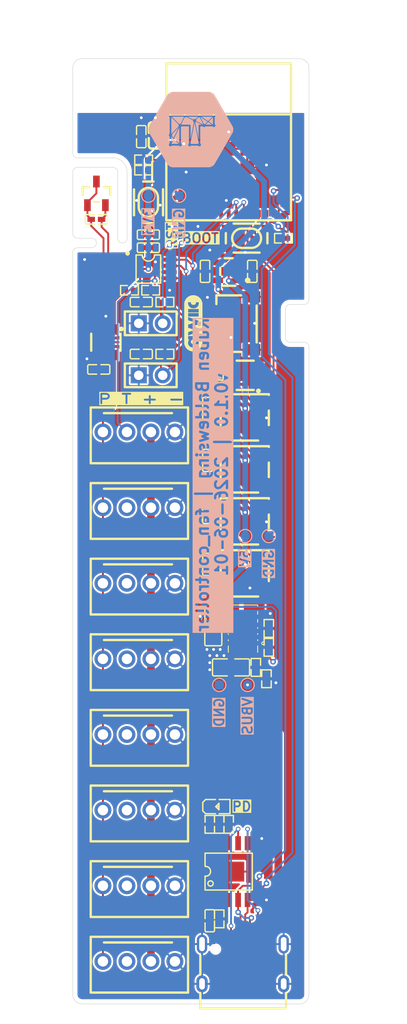
<source format=kicad_pcb>
(kicad_pcb (version 20241229) (generator "pcbnew") (generator_version "9.0")
  (layers (0 "F.Cu" signal) (2 "B.Cu" signal) (13 "F.Paste" user) (15 "B.Paste" user) (5 "F.SilkS" user "F.Silkscreen") (7 "B.SilkS" user "B.Silkscreen") (1 "F.Mask" user) (3 "B.Mask" user) (25 "Edge.Cuts" user))
  (net 0 "")
  (net 1 "mcu.ic.footprint.pins[1].net-net")
  (net 2 "mcu.ic.footprint.pins[8].net-net")
  (net 3 "line-2")
  (net 4 "output")
  (net 5 "mcu.ic.footprint.pins[16].net-net")
  (net 6 "hv-2")
  (net 7 "line-9")
  (net 8 "base")
  (net 9 "BST")
  (net 10 "line-12")
  (net 11 "mcu.ic.footprint.pins[20].net-net")
  (net 12 "mcu.ic.footprint.pins[33].net-net")
  (net 13 "line-11")
  (net 14 "line-8")
  (net 15 "mcu.ic.footprint.pins[21].net-net")
  (net 16 "line-6")
  (net 17 "usb_pd_power_sink-line-1")
  (net 18 "mcu.ic.footprint.pins[25].net-net")
  (net 19 "cathode")
  (net 20 "mcu.ic.footprint.pins[27].net-net")
  (net 21 "led_buffer-line-1")
  (net 22 "usb_pd_power_sink.pd_trigger-line-1")
  (net 23 "mcu.ic.footprint.pins[26].net-net")
  (net 24 "SBU1")
  (net 25 "line-5")
  (net 26 "EN_SYNC")
  (net 27 "SW")
  (net 28 "mcu.ic.footprint.pins[50].net-net")
  (net 29 "line-16")
  (net 30 "ldo.ldo.footprint.pins[3].net-net")
  (net 31 "mcu.ic.footprint.pins[17].net-net")
  (net 32 "line-4")
  (net 33 "mcu.ic.footprint.pins[52].net-net")
  (net 34 "gnd")
  (net 35 "usb_pd_power_sink.pd_trigger-line")
  (net 36 "line-19")
  (net 37 "fan_pwm_buffer-line")
  (net 38 "emitter")
  (net 39 "PG")
  (net 40 "usb_pd_power_sink.pd_trigger-gnd")
  (net 41 "fan_pwm_buffer-line-1")
  (net 42 "usb_pd_power_sink-line")
  (net 43 "output-1")
  (net 44 "line-13")
  (net 45 "hv-1")
  (net 46 "usb_pd_power_sink.pd_trigger-hv")
  (net 47 "usb_pd_power_sink.pd_trigger.controller-line")
  (net 48 "mcu.ic.footprint.pins[6].net-net")
  (net 49 "SBU2")
  (net 50 "dcdc_converter.package.footprint.pins[1].net-net")
  (net 51 "VCC")
  (net 52 "FB")
  (net 53 "usb_pd_power_sink.pd_trigger.controller-line-1")
  (net 54 "dcdc_converter.package.footprint.pins[6].net-net")
  (net 55 "mcu.ic.footprint.pins[28].net-net")
  (net 56 "led_buffer-line")
  (net 57 "line")
  (net 58 "line-18")
  (net 59 "fan_connectors[0]-line")
  (net 60 "line-10")
  (net 61 "FAN")
  (net 62 "line-14")
  (net 63 "line-1")
  (net 64 "line-3")
  (net 65 "line-17")
  (net 66 "line-7")
  (net 67 "fan_connectors[3]-line")
  (net 68 "fan_connectors[5]-line")
  (net 69 "fan_connectors[1]-line")
  (net 70 "fan_connectors[2]-line")
  (net 71 "fan_connectors[4]-line")
  (net 72 "fan_connectors[6]-line")
  (net 73 "ALERTh_TACH")
  (net 74 "hv")
  (net 75 "line-15")
  (footprint "atopile:USB-C-SMD_TYPE-C-6PIN-2MD-073-1d78f0" (layer "F.Cu") (at 5 92 0)
    (property "Reference" "USB1" (hide yes))
    (property "Value" "")
  )
  (footprint "atopile:SOT-23-3_L2.9-W1.3-P1.90-LS2.4-TR-36f2d9" (layer "F.Cu") (at -10.5 10.75 -90)
    (property "Reference" "Q1" (hide yes))
    (property "Value" "")
  )
  (footprint "atopile:C0402-b3ef17" (layer "F.Cu") (at -10.5 13.5 0)
    (property "Reference" "C4" (hide yes))
    (property "Value" "2.2nF ±10% 50V X7R")
  )
  (footprint "atopile:LED-SMD_4P-L5.0-W4.9-BR-4393b6" (layer "F.Cu") (at 5.25 51 0)
    (property "Reference" "LED4" (hide yes))
    (property "Value" "")
  )
  (footprint "atopile:R0402-56259e" (layer "F.Cu") (at -5.5 7.2 180)
    (property "Reference" "R7" (hide yes))
    (property "Value" "10kΩ ±1% 62.5mW")
  )
  (footprint "atopile:LED-SMD_4P-L5.0-W4.9-BR-4393b6" (layer "F.Cu") (at 5.25 34.5 0)
    (property "Reference" "LED1" (hide yes))
    (property "Value" "")
  )
  (footprint "atopile:SOT-23-6_L2.9-W1.6-P0.95-LS2.8-BR-bfc73b" (layer "F.Cu") (at 5.25 30 0)
    (property "Reference" "U5" (hide yes))
    (property "Value" "")
  )
  (footprint "atopile:C0402-b3ef17" (layer "F.Cu") (at -5.75 4.75 90)
    (property "Reference" "C14" (hide yes))
    (property "Value" "100nF ±10% 16V X7R")
  )
  (footprint "atopile:R0402-56259e" (layer "F.Cu") (at 9.3 15.5 0)
    (property "Reference" "R8" (hide yes))
    (property "Value" "10kΩ ±1% 62.5mW")
  )
  (footprint "atopile:C0402-b3ef17" (layer "F.Cu") (at 1.25 39 -90)
    (property "Reference" "C10" (hide yes))
    (property "Value" "100nF ±10% 16V X7R")
  )
  (footprint "atopile:R0402-56259e" (layer "F.Cu") (at -4.75 21 180)
    (property "Reference" "R6" (hide yes))
    (property "Value" "10kΩ ±1% 62.5mW")
  )
  (footprint "atopile:C0402-b3ef17" (layer "F.Cu") (at -10.25 29.375 180)
    (property "Reference" "C5" (hide yes))
    (property "Value" "100nF ±10% 16V X7R")
  )
  (footprint "lib:CONN-TH_4P-P2.54_HCTL_HC-2510-4A" (layer "F.Cu") (at -6 52 0)
    (property "Reference" "CN6" (hide yes))
    (property "Value" "")
  )
  (footprint "lib:qwiic_6mm" (layer "F.Cu") (at -0.25 24.5 90)
    (property "Reference" "U9" (hide yes))
    (property "Value" "" (hide yes))
  )
  (footprint "atopile:C0402-b3ef17" (layer "F.Cu") (at -5 16.5 0)
    (property "Reference" "C3" (hide yes))
    (property "Value" "100nF ±10% 16V X7R")
  )
  (footprint "atopile:R0402-56259e" (layer "F.Cu") (at -7 21 0)
    (property "Reference" "R5" (hide yes))
    (property "Value" "10kΩ ±1% 62.5mW")
  )
  (footprint "atopile:C0402-b3ef17" (layer "F.Cu") (at 1 19 90)
    (property "Reference" "C7" (hide yes))
    (property "Value" "100nF ±10% 16V X7R")
  )
  (footprint "atopile:WIFIM-SMD_ESP32-C3-MINI-1-fcb454" (layer "F.Cu") (at 3.5 8 0)
    (property "Reference" "U7" (hide yes))
    (property "Value" "")
  )
  (footprint "atopile:C0402-b3ef17" (layer "F.Cu") (at 1.5 87.7 -90)
    (property "Reference" "C16" (hide yes))
    (property "Value" "1µF ±10% 16V X5R")
  )
  (footprint "atopile:C0805-3b2e55" (layer "F.Cu") (at 3.75 60.9 180)
    (property "Reference" "C1" (hide yes))
    (property "Value" "10µF ±10% 25V X5R")
  )
  (footprint "atopile:SOT-23-5_L2.9-W1.6-P0.95-LS2.8-BR-2dcca4" (layer "F.Cu") (at 3.5 19 0)
    (property "Reference" "U4" (hide yes))
    (property "Value" "LDO 3.3V ±0% 850.5mA 320mV Vin max Iq 10µA")
  )
  (footprint "lib:CONN-TH_4P-P2.54_HCTL_HC-2510-4A" (layer "F.Cu") (at -6 44 0)
    (property "Reference" "CN7" (hide yes))
    (property "Value" "")
  )
  (footprint "lib:KEY-SMD_4P-L4.2-W3.2-P2.20-LS4.6" (layer "F.Cu") (at -5 11.7 90)
    (property "Reference" "U8" (hide yes))
    (property "Value" "")
  )
  (footprint "atopile:C0402-b3ef17" (layer "F.Cu") (at 1.25 50 -90)
    (property "Reference" "C12" (hide yes))
    (property "Value" "100nF ±10% 16V X7R")
  )
  (footprint "atopile:QFN-20_L5.0-W3.0-TL-MPM3610GQV-Z-b63965" (layer "F.Cu") (at 5 57.4 180)
    (property "Reference" "U1" (hide yes))
    (property "Value" "")
  )
  (footprint "atopile:R0402-56259e" (layer "F.Cu") (at -3.25 27.75 0)
    (property "Reference" "R15" (hide yes))
    (property "Value" "10kΩ ±1% 62.5mW")
  )
  (footprint "atopile:HDR-TH_2P-P2.54-V-F-f60f0d" (layer "F.Cu") (at -4.75 30 0)
    (property "Reference" "U13" (hide yes))
    (property "Value" "")
  )
  (footprint "lib:CONN-TH_4P-P2.54_HCTL_HC-2510-4A" (layer "F.Cu") (at -6 76 0)
    (property "Reference" "CN3" (hide yes))
    (property "Value" "")
  )
  (footprint "atopile:LED-SMD_4P-L5.0-W4.9-BR-4393b6" (layer "F.Cu") (at 5.25 40 0)
    (property "Reference" "LED2" (hide yes))
    (property "Value" "")
  )
  (footprint "atopile:R0402-56259e" (layer "F.Cu") (at 1.5 77.5 -90)
    (property "Reference" "R10" (hide yes))
    (property "Value" "10kΩ ±1% 62.5mW")
  )
  (footprint "atopile:R0402-56259e" (layer "F.Cu") (at -3.25 22.25 0)
    (property "Reference" "R14" (hide yes))
    (property "Value" "10kΩ ±1% 62.5mW")
  )
  (footprint "atopile:MSOP-8_L3.0-W3.0-P0.65-LS4.9-BL-3bf91a" (layer "F.Cu") (at -5 18.75 -90)
    (property "Reference" "U2" (hide yes))
    (property "Value" "")
  )
  (footprint "atopile:R0402-56259e" (layer "F.Cu") (at 7.75 56.775 90)
    (property "Reference" "R3" (hide yes))
    (property "Value" "19.1kΩ ±1% 62.5mW")
  )
  (footprint "lib:CONN-TH_4P-P2.54_HCTL_HC-2510-4A" (layer "F.Cu") (at -6 68 0)
    (property "Reference" "CN4" (hide yes))
    (property "Value" "")
  )
  (footprint "atopile:C0402-b3ef17" (layer "F.Cu") (at 1.75 30 180)
    (property "Reference" "C8" (hide yes))
    (property "Value" "100nF ±10% 16V X7R")
  )
  (footprint "atopile:HDR-TH_2P-P2.54-V-F-f60f0d" (layer "F.Cu") (at -4.75 24.5 0)
    (property "Reference" "U12" (hide yes))
    (property "Value" "")
  )
  (footprint "lib:CONN-TH_4P-P2.54_HCTL_HC-2510-4A" (layer "F.Cu") (at -6 84 0)
    (property "Reference" "CN2" (hide yes))
    (property "Value" "")
  )
  (footprint "atopile:R0402-56259e" (layer "F.Cu") (at 6.375 60.9 -90)
    (property "Reference" "R2" (hide yes))
    (property "Value" "100kΩ ±1% 62.5mW")
  )
  (footprint "atopile:C0402-b3ef17" (layer "F.Cu") (at 1.25 44.5 -90)
    (property "Reference" "C11" (hide yes))
    (property "Value" "100nF ±10% 16V X7R")
  )
  (footprint "atopile:SOT-23-6_L2.9-W1.6-P0.95-LS2.8-BR-bfc73b" (layer "F.Cu") (at -9.5 26.5 90)
    (property "Reference" "U3" (hide yes))
    (property "Value" "")
  )
  (footprint "atopile:R0402-56259e" (layer "F.Cu") (at 3.5 77.5 -90)
    (property "Reference" "R11" (hide yes))
    (property "Value" "10kΩ ±1% 62.5mW")
  )
  (footprint "lib:CONN-TH_4P-P2.54_HCTL_HC-2510-4A" (layer "F.Cu") (at -6 36 0)
    (property "Reference" "CN8" (hide yes))
    (property "Value" "")
  )
  (footprint "atopile:C0402-b3ef17" (layer "F.Cu") (at -5 15.125 180)
    (property "Reference" "C15" (hide yes))
    (property "Value" "1µF ±10% 16V X5R")
  )
  (footprint "atopile:C0402-b3ef17" (layer "F.Cu") (at -5.75 27.75 180)
    (property "Reference" "C18" (hide yes))
    (property "Value" "100nF ±10% 16V X7R")
  )
  (footprint "lib:CONN-TH_4P-P2.54_HCTL_HC-2510-4A" (layer "F.Cu") (at -6 60 0)
    (property "Reference" "CN5" (hide yes))
    (property "Value" "")
  )
  (footprint "lib:KEY-SMD_4P-L4.2-W3.2-P2.20-LS4.6" (layer "F.Cu") (at 5.4 15.5 180)
    (property "Reference" "U6" (hide yes))
    (property "Value" "")
  )
  (footprint "atopile:C0805-3b2e55" (layer "F.Cu") (at 1.875 56.65 -90)
    (property "Reference" "C2" (hide yes))
    (property "Value" "22µF ±10% 16V X5R")
  )
  (footprint "atopile:CONN-SMD_4P-P1.00_SM04B-SRSS-TB-LF-SN-d36980" (layer "F.Cu") (at 4 24.5 90)
    (property "Reference" "CN9" (hide yes))
    (property "Value" "")
  )
  (footprint "atopile:R0402-56259e" (layer "F.Cu") (at 2.5 77.5 90)
    (property "Reference" "R13" (hide yes))
    (property "Value" "24kΩ ±1% 62.5mW")
  )
  (footprint "atopile:C0402-b3ef17" (layer "F.Cu") (at 6 19 90)
    (property "Reference" "C6" (hide yes))
    (property "Value" "100nF ±10% 16V X7R")
  )
  (footprint "atopile:C0603-bd72f6" (layer "F.Cu") (at -4.25 4.625 90)
    (property "Reference" "C13" (hide yes))
    (property "Value" "22µF ±20% 6.3V X5R")
  )
  (footprint "atopile:R0402-56259e" (layer "F.Cu") (at 7.5 62.1 -90)
    (property "Reference" "R1" (hide yes))
    (property "Value" "53.6kΩ ±1% 62.5mW")
  )
  (footprint "atopile:R0402-56259e" (layer "F.Cu") (at 7.75 58.775 90)
    (property "Reference" "R4" (hide yes))
    (property "Value" "100kΩ ±1% 62.5mW")
  )
  (footprint "atopile:R0402-56259e" (layer "F.Cu") (at -5.5 8.3 0)
    (property "Reference" "R9" (hide yes))
    (property "Value" "10kΩ ±1% 62.5mW")
  )
  (footprint "atopile:R0402-56259e" (layer "F.Cu") (at 2.5 87.5 90)
    (property "Reference" "R12" (hide yes))
    (property "Value" "1kΩ ±1% 62.5mW")
  )
  (footprint "atopile:C0402-b3ef17" (layer "F.Cu") (at -5.75 22.25 180)
    (property "Reference" "C17" (hide yes))
    (property "Value" "100nF ±10% 16V X7R")
  )
  (footprint "atopile:C0402-b3ef17" (layer "F.Cu") (at 1.25 33.5 -90)
    (property "Reference" "C9" (hide yes))
    (property "Value" "100nF ±10% 16V X7R")
  )
  (footprint "atopile:LED-SMD_4P-L5.0-W4.9-BR-4393b6" (layer "F.Cu") (at 5.25 45.5 0)
    (property "Reference" "LED3" (hide yes))
    (property "Value" "")
  )
  (footprint "lib:CONN-TH_4P-P2.54_HCTL_HC-2510-4A" (layer "F.Cu") (at -6 92 0)
    (property "Reference" "CN1" (hide yes))
    (property "Value" "")
  )
  (footprint "lib:LED0603-RD" (layer "F.Cu") (at 2.25 75.625 0)
    (property "Reference" "U11" (hide yes))
    (property "Value" "")
  )
  (footprint "atopile:ESSOP-10_L4.9-W3.9-P1.0-LS6.0-TL-EP-20a8ca" (layer "F.Cu") (at 3.5 82.5 0)
    (property "Reference" "U10" (hide yes))
    (property "Value" "")
  )
  (footprint "TestPoint:TestPoint_Pad_D1.0mm" (layer "B.Cu") (at 5.25 47 0)
    (property "Reference" "TP4" (hide yes))
    (property "Value" "")
  )
  (footprint "TestPoint:TestPoint_Pad_D1.0mm" (layer "B.Cu") (at -1.75 11 180)
    (property "Reference" "TP1" (hide yes))
    (property "Value" "")
  )
  (footprint "TestPoint:TestPoint_Pad_D1.0mm" (layer "B.Cu") (at 5.5 62.75 0)
    (property "Reference" "TP6" (hide yes))
    (property "Value" "")
  )
  (footprint "TestPoint:TestPoint_Pad_D1.0mm" (layer "B.Cu") (at -5 11 180)
    (property "Reference" "TP2" (hide yes))
    (property "Value" "")
  )
  (footprint "TestPoint:TestPoint_Pad_D1.0mm" (layer "B.Cu") (at 7.75 47 0)
    (property "Reference" "TP3" (hide yes))
    (property "Value" "")
  )
  (footprint "TestPoint:TestPoint_Pad_D1.0mm" (layer "B.Cu") (at 2.5 62.75 0)
    (property "Reference" "TP5" (hide yes))
    (property "Value" "")
  )
  (footprint "lib:faebrykLogo_8x9mm" (layer "B.Cu") (at -0.5 4 -90)
    (property "Reference" "LOGO1" (hide yes))
    (property "Value" "" (hide yes))
  )
  (via (at 8.2 60.3) (size 0.6) (drill 0.3) (layers "F.Cu" "B.Cu") (net 6))
  (via (at 5.25 39) (size 0.5) (drill 0.3) (layers "F.Cu" "B.Cu") (net 6))
  (via (at 5.25 50) (size 0.5) (drill 0.3) (layers "F.Cu" "B.Cu") (net 6))
  (via (at 5.25 33.5) (size 0.5) (drill 0.3) (layers "F.Cu" "B.Cu") (net 6))
  (via (at 0.5 55.5) (size 0.6) (drill 0.3) (layers "F.Cu" "B.Cu") (net 6))
  (via (at 5.25 44.5) (size 0.5) (drill 0.3) (layers "F.Cu" "B.Cu") (net 6))
  (via (at 3.5 20) (size 0.5) (drill 0.3) (layers "F.Cu" "B.Cu") (net 6))
  (via (at 3.75 88.25) (size 0.5) (drill 0.3) (layers "F.Cu" "B.Cu") (net 17))
  (via (at 4.5 78) (size 0.5) (drill 0.3) (layers "F.Cu" "B.Cu") (net 17))
  (via (at 7 79) (size 0.6) (drill 0.3) (layers "F.Cu" "B.Cu") (net 34))
  (via (at 8.5 62.525) (size 0.6) (drill 0.3) (layers "F.Cu" "B.Cu") (net 34))
  (via (at 5.75 52.5) (size 0.6) (drill 0.3) (layers "F.Cu" "B.Cu") (net 34))
  (via (at 7.5 7.75) (size 0.6) (drill 0.3) (layers "F.Cu" "B.Cu") (net 34))
  (via (at 3.5 4.25) (size 0.6) (drill 0.3) (layers "F.Cu" "B.Cu") (net 34))
  (via (at 1.9 59) (size 0.6) (drill 0.3) (layers "F.Cu" "B.Cu") (net 34))
  (via (at 1.5 59.65) (size 0.6) (drill 0.3) (layers "F.Cu" "B.Cu") (net 34))
  (via (at 1.5 61.15) (size 0.6) (drill 0.3) (layers "F.Cu" "B.Cu") (net 34))
  (via (at 7.5 34.5) (size 0.6) (drill 0.3) (layers "F.Cu" "B.Cu") (net 34))
  (via (at 3.75 26) (size 0.6) (drill 0.3) (layers "F.Cu" "B.Cu") (net 34))
  (via (at -2.5 14.25) (size 0.6) (drill 0.3) (layers "F.Cu" "B.Cu") (net 34))
  (via (at 7.5 45.5) (size 0.6) (drill 0.3) (layers "F.Cu" "B.Cu") (net 34))
  (via (at -2.75 21) (size 0.5) (drill 0.3) (layers "F.Cu" "B.Cu") (net 34))
  (via (at 2.25 59.65) (size 0.6) (drill 0.3) (layers "F.Cu" "B.Cu") (net 34))
  (via (at 0.25 14.25) (size 0.6) (drill 0.3) (layers "F.Cu" "B.Cu") (net 34))
  (via (at 3 59.65) (size 0.6) (drill 0.3) (layers "F.Cu" "B.Cu") (net 34))
  (via (at -1 8.5) (size 0.6) (drill 0.3) (layers "F.Cu" "B.Cu") (net 34))
  (via (at 7.9 55.2) (size 0.6) (drill 0.3) (layers "F.Cu" "B.Cu") (net 34))
  (via (at -4.25 18) (size 0.5) (drill 0.3) (layers "F.Cu" "B.Cu") (net 34))
  (via (at 6.25 24.5) (size 0.6) (drill 0.3) (layers "F.Cu" "B.Cu") (net 34))
  (via (at -6.25 11.5) (size 0.6) (drill 0.3) (layers "F.Cu" "B.Cu") (net 34))
  (via (at -11.5 28.25) (size 0.6) (drill 0.3) (layers "F.Cu" "B.Cu") (net 34))
  (via (at -11.75 17.75) (size 0.6) (drill 0.3) (layers "F.Cu" "B.Cu") (net 34))
  (via (at -3.75 12) (size 0.6) (drill 0.3) (layers "F.Cu" "B.Cu") (net 34))
  (via (at 1.5 16.75) (size 0.6) (drill 0.3) (layers "F.Cu" "B.Cu") (net 34))
  (via (at 1.5 60.4) (size 0.6) (drill 0.3) (layers "F.Cu" "B.Cu") (net 34))
  (via (at 3.25 11.5) (size 0.6) (drill 0.3) (layers "F.Cu" "B.Cu") (net 34))
  (via (at 1.2 59) (size 0.6) (drill 0.3) (layers "F.Cu" "B.Cu") (net 34))
  (via (at 7.5 85.5) (size 0.6) (drill 0.3) (layers "F.Cu" "B.Cu") (net 34))
  (via (at -5.75 2.75) (size 0.6) (drill 0.3) (layers "F.Cu" "B.Cu") (net 34))
  (via (at 1.25 21.75) (size 0.6) (drill 0.3) (layers "F.Cu" "B.Cu") (net 34))
  (via (at 2.6 59) (size 0.6) (drill 0.3) (layers "F.Cu" "B.Cu") (net 34))
  (via (at 5.25 17) (size 0.6) (drill 0.3) (layers "F.Cu" "B.Cu") (net 34))
  (via (at -9.5 23.75) (size 0.6) (drill 0.3) (layers "F.Cu" "B.Cu") (net 34))
  (via (at -4.25 2.75) (size 0.6) (drill 0.3) (layers "F.Cu" "B.Cu") (net 34))
  (via (at 5.5 78) (size 0.5) (drill 0.3) (layers "F.Cu" "B.Cu") (net 42))
  (via (at 6.6 86.6) (size 0.5) (drill 0.3) (layers "F.Cu" "B.Cu") (net 42))
  (via (at 2.4 20.9) (size 0.5) (drill 0.3) (layers "F.Cu" "B.Cu") (net 45))
  (via (at 8.75 14.25) (size 0.6) (drill 0.3) (layers "F.Cu" "B.Cu") (net 45))
  (via (at -1.25 5.5) (size 0.5) (drill 0.3) (layers "F.Cu" "B.Cu") (net 45))
  (via (at -5 18.75) (size 0.5) (drill 0.3) (layers "F.Cu" "B.Cu") (net 45))
  (via (at 4.3 11.7) (size 0.5) (drill 0.3) (layers "F.Cu" "B.Cu") (net 57))
  (via (at -1 19) (size 0.5) (drill 0.3) (layers "F.Cu" "B.Cu") (net 57))
  (via (at 5.1 11.7) (size 0.5) (drill 0.3) (layers "F.Cu" "B.Cu") (net 62))
  (via (at -0.3 18.4) (size 0.5) (drill 0.3) (layers "F.Cu" "B.Cu") (net 62))
  (via (at -2.75 16.25) (size 0.5) (drill 0.3) (layers "F.Cu" "B.Cu") (net 63))
  (via (at 6.75 83) (size 0.6) (drill 0.3) (layers "F.Cu" "B.Cu") (net 64))
  (via (at 5.9 87.4) (size 0.6) (drill 0.3) (layers "F.Cu" "B.Cu") (net 64))
  (via (at 4.5 86.8) (size 0.6) (drill 0.3) (layers "F.Cu" "B.Cu") (net 64))
  (via (at 8.25 10.5) (size 0.6) (drill 0.3) (layers "F.Cu" "B.Cu") (net 64))
  (via (at 10.75 11.25) (size 0.6) (drill 0.3) (layers "F.Cu" "B.Cu") (net 65))
  (via (at 7.5 83.75) (size 0.6) (drill 0.3) (layers "F.Cu" "B.Cu") (net 65))
  (via (at -1.5 16) (size 0.5) (drill 0.3) (layers "F.Cu" "B.Cu") (net 66))
  (via (at -4.32 20) (size 0.6) (drill 0.3) (layers "F.Cu" "B.Cu") (net 73))
  (via (at 5.5 62.75) (size 0.6) (drill 0.3) (layers "F.Cu" "B.Cu") (net 74))
  (zone (net 6) (net_name "hv-2") (layers "F.Cu") (priority 7) (connect_pads yes (clearance 0.2)) (min_thickness 0.2) (fill yes (thermal_gap 0.2) (thermal_bridge_width 0.2))
    (polygon (pts (xy 4.6 56.65) (xy 4.6 54.15) (xy 0 54.15) (xy 0 56.65)))
  )
  (zone (net 27) (net_name "SW") (layers "F.Cu") (priority 6) (connect_pads yes (clearance 0.2)) (min_thickness 0.2) (fill yes (thermal_gap 0.2) (thermal_bridge_width 0.2))
    (polygon (pts (xy 6.9 56.6) (xy 5.1 56.6) (xy 5.1 54.15) (xy 7.3 54.15) (xy 7.3 55.7) (xy 7.1 55.9) (xy 7.1 56.4)))
  )
  (zone (net 74) (net_name "hv") (layers "F.Cu") (priority 8) (connect_pads yes (clearance 0.2)) (min_thickness 0.2) (fill yes (thermal_gap 0.2) (thermal_bridge_width 0.2))
    (polygon (pts (xy 6.9 62.4) (xy 6.9 60.9) (xy 5.7 60.9) (xy 5.7 60.2) (xy 5.5 59.9) (xy 5.5 58.5) (xy 5 58.5) (xy 5 59.8) (xy 4.9 59.9) (xy 3.8 59.9) (xy 3.8 63.4) (xy 6.9 63.4)))
  )
  (zone (net 0) (net_name "") (layers "F.Cu" "B.Cu") (connect_pads (clearance 0)) (min_thickness 0.25) (fill (thermal_gap 0.5) (thermal_bridge_width 0.5))
    (keepout (tracks not_allowed) (vias not_allowed) (pads not_allowed) (copperpour not_allowed) (footprints allowed))
    (polygon (pts (xy -11.5 2.25) (xy -11.5 -3) (xy 18.5 -3) (xy 18.5 2.25)))
  )
  (zone (net 34) (net_name "gnd") (layers "F.Cu" "B.Cu") (priority 5) (connect_pads (clearance 0.2)) (min_thickness 0.2) (fill yes (thermal_gap 0.2) (thermal_bridge_width 0.2))
    (polygon (pts (xy -13 96.5) (xy -13 2.25) (xy 12 2.25) (xy 12 96.5)))
  )
  (zone (net 0) (net_name "") (layers "F.Cu" "B.Cu") (connect_pads (clearance 0)) (min_thickness 0.25) (fill (thermal_gap 0.5) (thermal_bridge_width 0.5))
    (keepout (tracks allowed) (vias not_allowed) (pads allowed) (copperpour not_allowed) (footprints allowed))
    (polygon (pts (xy -13 8) (xy -8.25 8) (xy -8.25 15.5) (xy -6.75 15.5) (xy -6.75 16.625) (xy -7.125 17) (xy -11 17) (xy -11 15.5) (xy -13 15.500001)))
  )
  (segment (start 7.5 14.43) (end 7.5 12.9) (width 0.2) (net 4) (layer "F.Cu"))
  (segment (start 4.65 49.4) (end 5.25 50) (width 0.3) (net 6) (layer "F.Cu"))
  (segment (start 4.65 43.9) (end 5.25 44.5) (width 0.3) (net 6) (layer "F.Cu"))
  (segment (start 4.65 38.4) (end 5.25 39) (width 0.3) (net 6) (layer "F.Cu"))
  (segment (start 6 19.55) (end 5.6 19.95) (width 0.4) (net 6) (layer "F.Cu"))
  (segment (start 1.25 43.95) (end 2.96 43.95) (width 0.3) (net 6) (layer "F.Cu"))
  (segment (start 3.55 19.95) (end 3.5 20) (width 0.4) (net 6) (layer "F.Cu"))
  (segment (start 3.7 18.05) (end 3.5 18.25) (width 0.2) (net 6) (layer "F.Cu"))
  (segment (start 2.3 31.3) (end 2.3 30) (width 0.3) (net 6) (layer "F.Cu"))
  (segment (start 2.96 49.45) (end 3.01 49.4) (width 0.3) (net 6) (layer "F.Cu"))
  (segment (start 3.01 32.9) (end 3.01 32.01) (width 0.3) (net 6) (layer "F.Cu"))
  (segment (start 3.01 32.9) (end 4.65 32.9) (width 0.3) (net 6) (layer "F.Cu"))
  (segment (start 3.01 38.4) (end 4.65 38.4) (width 0.3) (net 6) (layer "F.Cu"))
  (segment (start 1.25 49.45) (end 2.96 49.45) (width 0.3) (net 6) (layer "F.Cu"))
  (segment (start 3.01 32.01) (end 2.3 31.3) (width 0.3) (net 6) (layer "F.Cu"))
  (segment (start 3.01 49.4) (end 4.65 49.4) (width 0.3) (net 6) (layer "F.Cu"))
  (segment (start 2.96 32.95) (end 3.01 32.9) (width 0.3) (net 6) (layer "F.Cu"))
  (segment (start 3.5 18.25) (end 3.5 20) (width 0.2) (net 6) (layer "F.Cu"))
  (segment (start 4.6 18.05) (end 3.7 18.05) (width 0.2) (net 6) (layer "F.Cu"))
  (segment (start 7.75 59.205) (end 7.75 59.85) (width 0.2) (net 6) (layer "F.Cu"))
  (segment (start 1.25 38.45) (end 2.96 38.45) (width 0.3) (net 6) (layer "F.Cu"))
  (segment (start 4.65 32.9) (end 5.25 33.5) (width 0.3) (net 6) (layer "F.Cu"))
  (segment (start 2.96 38.45) (end 3.01 38.4) (width 0.3) (net 6) (layer "F.Cu"))
  (segment (start 5.6 19.95) (end 4.6 19.95) (width 0.4) (net 6) (layer "F.Cu"))
  (segment (start 4.6 19.95) (end 3.55 19.95) (width 0.4) (net 6) (layer "F.Cu"))
  (segment (start 1.25 32.95) (end 2.96 32.95) (width 0.3) (net 6) (layer "F.Cu"))
  (segment (start 7.75 59.85) (end 8.2 60.3) (width 0.2) (net 6) (layer "F.Cu"))
  (segment (start 3.01 43.9) (end 4.65 43.9) (width 0.3) (net 6) (layer "F.Cu"))
  (segment (start 2.96 43.95) (end 3.01 43.9) (width 0.3) (net 6) (layer "F.Cu"))
  (segment (start 2.3 30) (end 3.9 30) (width 0.2) (net 6) (layer "F.Cu"))
  (segment (start 2.5 54.5) (end 1.5 55.5) (width 0.2) (net 6) (layer "B.Cu"))
  (segment (start 8.2 60.3) (end 8.501 59.999) (width 0.2) (net 6) (layer "B.Cu"))
  (segment (start 5.25 33.5) (end 5.25 21.75) (width 0.6) (net 6) (layer "B.Cu"))
  (segment (start 0.5 54.75) (end 0.5 55.5) (width 0.6) (net 6) (layer "B.Cu"))
  (segment (start 8.501 59.999) (end 8.501 54.901) (width 0.2) (net 6) (layer "B.Cu"))
  (segment (start 5.25 33.5) (end 5.25 50) (width 0.6) (net 6) (layer "B.Cu"))
  (segment (start 5.25 50) (end 0.5 54.75) (width 0.6) (net 6) (layer "B.Cu"))
  (segment (start 5.25 21.75) (end 3.5 20) (width 0.6) (net 6) (layer "B.Cu"))
  (segment (start 1.5 55.5) (end 0.5 55.5) (width 0.2) (net 6) (layer "B.Cu"))
  (segment (start 8.501 54.901) (end 8.1 54.5) (width 0.2) (net 6) (layer "B.Cu"))
  (segment (start 8.1 54.5) (end 2.5 54.5) (width 0.2) (net 6) (layer "B.Cu"))
  (segment (start -11.05 13.5) (end -11.45 13.1) (width 0.2) (net 8) (layer "F.Cu"))
  (segment (start -11.05 13.5) (end -11.05 14.2) (width 0.2) (net 8) (layer "F.Cu"))
  (segment (start -11.05 14.2) (end -9.75 15.5) (width 0.2) (net 8) (layer "F.Cu"))
  (segment (start -10.5 9.5) (end -10.5 10.75) (width 0.2) (net 8) (layer "F.Cu"))
  (segment (start -8.92 19.08) (end -7.3 19.08) (width 0.2) (net 8) (layer "F.Cu"))
  (segment (start -10.5 10.75) (end -11.45 11.7) (width 0.2) (net 8) (layer "F.Cu"))
  (segment (start -9.75 15.5) (end -9.75 18.25) (width 0.2) (net 8) (layer "F.Cu"))
  (segment (start -11.45 13.1) (end -11.45 12) (width 0.2) (net 8) (layer "F.Cu"))
  (segment (start -11.45 11.7) (end -11.45 12) (width 0.2) (net 8) (layer "F.Cu"))
  (segment (start -9.75 18.25) (end -8.92 19.08) (width 0.2) (net 8) (layer "F.Cu"))
  (segment (start 5.24 48.025) (end 5.24 48.525) (width 0.2) (net 13) (layer "F.Cu"))
  (segment (start 5.24 48.525) (end 6.14 49.425) (width 0.2) (net 13) (layer "F.Cu"))
  (segment (start 4.34 47.125) (end 5.24 48.025) (width 0.2) (net 13) (layer "F.Cu"))
  (segment (start 6.14 49.425) (end 7.48 49.425) (width 0.2) (net 13) (layer "F.Cu"))
  (segment (start 3 47.125) (end 4.34 47.125) (width 0.2) (net 13) (layer "F.Cu"))
  (segment (start -5.07 7.2) (end -2.4 7.2) (width 0.2) (net 14) (layer "F.Cu"))
  (segment (start 6.3 14.1) (end 6.3 15) (width 0.2) (net 16) (layer "F.Cu"))
  (segment (start 6.7 12.9) (end 6.7 13.7) (width 0.2) (net 16) (layer "F.Cu"))
  (segment (start 6.3 15) (end 6.8 15.5) (width 0.2) (net 16) (layer "F.Cu"))
  (segment (start 6.7 13.7) (end 6.3 14.1) (width 0.2) (net 16) (layer "F.Cu"))
  (segment (start 6.8 15.5) (end 8.87 15.5) (width 0.2) (net 16) (layer "F.Cu"))
  (segment (start 3.75 89.62) (end 3.75 88.25) (width 0.2) (net 17) (layer "F.Cu"))
  (segment (start 4.5 78) (end 4.5 79.5) (width 0.2) (net 17) (layer "F.Cu"))
  (segment (start 3.75 88.25) (end 3.75 78.75) (width 0.2) (net 17) (layer "B.Cu"))
  (segment (start 3.75 78.75) (end 4.5 78) (width 0.2) (net 17) (layer "B.Cu"))
  (segment (start 1.5 77.07) (end 1.5 75.675) (width 0.2) (net 19) (layer "F.Cu"))
  (segment (start 1.5 75.675) (end 1.45 75.625) (width 0.2) (net 19) (layer "F.Cu"))
  (segment (start 3.5 77.93) (end 3.5 79.5) (width 0.2) (net 22) (layer "F.Cu"))
  (segment (start 6.15 38.4) (end 7.49 38.4) (width 0.2) (net 25) (layer "F.Cu"))
  (segment (start 5.25 37.5) (end 6.15 38.4) (width 0.2) (net 25) (layer "F.Cu"))
  (segment (start 3.01 36.1) (end 4.35 36.1) (width 0.2) (net 25) (layer "F.Cu"))
  (segment (start 4.35 36.1) (end 5.25 37) (width 0.2) (net 25) (layer "F.Cu"))
  (segment (start 5.25 37) (end 5.25 37.5) (width 0.2) (net 25) (layer "F.Cu"))
  (segment (start 5.78 59.875) (end 6.375 60.47) (width 0.2) (net 26) (layer "F.Cu"))
  (segment (start 5.78 59.25) (end 5.78 59.875) (width 0.2) (net 26) (layer "F.Cu"))
  (segment (start 6.14 43.925) (end 7.48 43.925) (width 0.2) (net 32) (layer "F.Cu"))
  (segment (start 4.34 41.625) (end 5.24 42.525) (width 0.2) (net 32) (layer "F.Cu"))
  (segment (start 5.24 43.025) (end 6.14 43.925) (width 0.2) (net 32) (layer "F.Cu"))
  (segment (start 5.24 42.525) (end 5.24 43.025) (width 0.2) (net 32) (layer "F.Cu"))
  (segment (start 3 41.625) (end 4.34 41.625) (width 0.2) (net 32) (layer "F.Cu"))
  (segment (start 7.75 55.35) (end 7.9 55.2) (width 0.2) (net 34) (layer "F.Cu"))
  (segment (start 1.52 6.02) (end 0.7 5.2) (width 0.2) (net 34) (layer "F.Cu"))
  (segment (start 1.52 8) (end 1.52 6.02) (width 0.2) (net 34) (layer "F.Cu"))
  (segment (start 7.555 56.345) (end 6.85 57.05) (width 0.2) (net 34) (layer "F.Cu"))
  (segment (start 7.75 56.345) (end 7.555 56.345) (width 0.2) (net 34) (layer "F.Cu"))
  (segment (start 8.25 89.57) (end 8.25 88.882786) (width 0.4) (net 34) (layer "F.Cu"))
  (segment (start 7.75 56.345) (end 7.75 55.35) (width 0.2) (net 34) (layer "F.Cu"))
  (segment (start 1.8 88.55) (end 1.5 88.25) (width 0.4) (net 34) (layer "F.Cu"))
  (segment (start 8.2 89.62) (end 8.25 89.57) (width 0.4) (net 34) (layer "F.Cu"))
  (segment (start 8.25 88.882786) (end 8.316393 88.816393) (width 0.4) (net 34) (layer "F.Cu"))
  (segment (start 6.85 57.05) (end 6.27 57.05) (width 0.2) (net 34) (layer "F.Cu"))
  (segment (start 3.5 6.03) (end 1.53 6.03) (width 0.2) (net 34) (layer "F.Cu"))
  (segment (start 1.53 6.03) (end 1.52 6.02) (width 0.2) (net 34) (layer "F.Cu"))
  (segment (start 1.8 89.62) (end 1.8 88.55) (width 0.4) (net 34) (layer "F.Cu"))
  (segment (start 2.5 77.93) (end 2.5 79.5) (width 0.2) (net 35) (layer "F.Cu"))
  (segment (start 5.25 31.25) (end 4.95 30.95) (width 0.3) (net 36) (layer "F.Cu"))
  (segment (start 5.25 32) (end 5.25 31.25) (width 0.3) (net 36) (layer "F.Cu"))
  (segment (start 7.49 32.9) (end 6.15 32.9) (width 0.3) (net 36) (layer "F.Cu"))
  (segment (start 4.95 30.95) (end 3.9 30.95) (width 0.3) (net 36) (layer "F.Cu"))
  (segment (start 6.15 32.9) (end 5.25 32) (width 0.3) (net 36) (layer "F.Cu"))
  (segment (start -9.95 14.3) (end -9.95 13.5) (width 0.2) (net 38) (layer "F.Cu"))
  (segment (start -8.58 18.42) (end -9.25 17.75) (width 0.2) (net 38) (layer "F.Cu"))
  (segment (start -9.25 15) (end -9.95 14.3) (width 0.2) (net 38) (layer "F.Cu"))
  (segment (start -9.55 13.1) (end -9.55 12) (width 0.2) (net 38) (layer "F.Cu"))
  (segment (start -7.3 18.42) (end -8.58 18.42) (width 0.2) (net 38) (layer "F.Cu"))
  (segment (start -9.25 17.75) (end -9.25 15) (width 0.2) (net 38) (layer "F.Cu"))
  (segment (start -9.95 13.5) (end -9.55 13.1) (width 0.2) (net 38) (layer "F.Cu"))
  (segment (start 7.5 60.4) (end 7.5 61.67) (width 0.2) (net 39) (layer "F.Cu"))
  (segment (start 6.725 59.25) (end 6.875 59.4) (width 0.2) (net 39) (layer "F.Cu"))
  (segment (start 6.27 59.25) (end 6.725 59.25) (width 0.2) (net 39) (layer "F.Cu"))
  (segment (start 6.875 59.775) (end 7.5 60.4) (width 0.2) (net 39) (layer "F.Cu"))
  (segment (start 6.875 59.4) (end 6.875 59.775) (width 0.2) (net 39) (layer "F.Cu"))
  (segment (start 1.5 77.93) (end 1.5 79.5) (width 0.2) (net 40) (layer "F.Cu"))
  (segment (start 6.75 89.62) (end 6.75 88.87) (width 0.2) (net 42) (layer "F.Cu"))
  (segment (start 6.75 88.87) (end 6.6 88.72) (width 0.2) (net 42) (layer "F.Cu"))
  (segment (start 5.5 79.5) (end 5.5 78) (width 0.2) (net 42) (layer "F.Cu"))
  (segment (start 6.6 88.72) (end 6.6 86.6) (width 0.2) (net 42) (layer "F.Cu"))
  (segment (start 5.5 78) (end 5.5 85.5) (width 0.2) (net 42) (layer "B.Cu"))
  (segment (start 6.6 86.6) (end 5.5 85.5) (width 0.2) (net 42) (layer "B.Cu"))
  (segment (start -3.93 9.6) (end -2.4 9.6) (width 0.2) (net 43) (layer "F.Cu"))
  (segment (start -3.93 9.6) (end -4.65 9.6) (width 0.2) (net 43) (layer "F.Cu"))
  (segment (start -3.93 13.57) (end -5 12.5) (width 0.2) (net 43) (layer "F.Cu"))
  (segment (start -5 12.5) (end -5 9.95) (width 0.2) (net 43) (layer "F.Cu"))
  (segment (start -5 9.95) (end -4.65 9.6) (width 0.2) (net 43) (layer "F.Cu"))
  (segment (start -5.07 9.18) (end -5.07 8.3) (width 0.2) (net 43) (layer "F.Cu"))
  (segment (start -3.93 13.8) (end -3.93 13.57) (width 0.2) (net 43) (layer "F.Cu"))
  (segment (start -3.93 14.605) (end -3.93 13.8) (width 0.2) (net 43) (layer "F.Cu"))
  (segment (start -4.45 15.125) (end -3.93 14.605) (width 0.2) (net 43) (layer "F.Cu"))
  (segment (start -4.65 9.6) (end -5.07 9.18) (width 0.2) (net 43) (layer "F.Cu"))
  (segment (start 2.4 20.9) (end 4 22.5) (width 0.4) (net 45) (layer "F.Cu"))
  (segment (start -2.82 27.75) (end -1.91 26.84) (width 0.2) (net 45) (layer "F.Cu"))
  (segment (start -5.93 7.2) (end -5.93 6.43) (width 0.2) (net 45) (layer "F.Cu"))
  (segment (start -9.5 27.85) (end -9.5 26.75) (width 0.2) (net 45) (layer "F.Cu"))
  (segment (start -2.4 5.6) (end -3.15 5.6) (width 0.4) (net 45) (layer "F.Cu"))
  (segment (start -3.15 5.6) (end -3.425 5.325) (width 0.4) (net 45) (layer "F.Cu"))
  (segment (start -9.7 29.375) (end -9.5 29.175) (width 0.2) (net 45) (layer "F.Cu"))
  (segment (start -2.4 5.6) (end -1.35 5.6) (width 0.4) (net 45) (layer "F.Cu"))
  (segment (start 4 22.5) (end 4 24.5) (width 0.4) (net 45) (layer "F.Cu"))
  (segment (start -5.55 16.5) (end -5.55 17.3) (width 0.2) (net 45) (layer "F.Cu"))
  (segment (start -5.875 18.75) (end -5 18.75) (width 0.2) (net 45) (layer "F.Cu"))
  (segment (start -5.93 8.3) (end -5.93 7.2) (width 0.2) (net 45) (layer "F.Cu"))
  (segment (start -6.02 17.77) (end -7.3 17.77) (width 0.2) (net 45) (layer "F.Cu"))
  (segment (start -2.82 22.25) (end -0.07 25) (width 0.2) (net 45) (layer "F.Cu"))
  (segment (start -5.75 6.25) (end -5.75 5.3) (width 0.2) (net 45) (layer "F.Cu"))
  (segment (start -6.02 17.77) (end -5.875 17.915) (width 0.2) (net 45) (layer "F.Cu"))
  (segment (start -5.55 17.3) (end -6.02 17.77) (width 0.2) (net 45) (layer "F.Cu"))
  (segment (start -4.25 5.325) (end -5.725 5.325) (width 0.4) (net 45) (layer "F.Cu"))
  (segment (start -3.425 5.325) (end -4.25 5.325) (width 0.4) (net 45) (layer "F.Cu"))
  (segment (start -6.57 21) (end -5.875 21) (width 0.2) (net 45) (layer "F.Cu"))
  (segment (start -9.5 26.75) (end -9.25 26.5) (width 0.2) (net 45) (layer "F.Cu"))
  (segment (start 9.73 14.98) (end 9.25 14.5) (width 0.2) (net 45) (layer "F.Cu"))
  (segment (start -2.25 26.5) (end -1.91 26.84) (width 0.2) (net 45) (layer "F.Cu"))
  (segment (start 9.73 15.5) (end 9.73 14.98) (width 0.2) (net 45) (layer "F.Cu"))
  (segment (start 2.4 19.95) (end 2.4 20.9) (width 0.4) (net 45) (layer "F.Cu"))
  (segment (start -5.725 5.325) (end -5.75 5.3) (width 0.4) (net 45) (layer "F.Cu"))
  (segment (start -5.875 17.915) (end -5.875 18.75) (width 0.2) (net 45) (layer "F.Cu"))
  (segment (start 9 14.5) (end 8.75 14.25) (width 0.2) (net 45) (layer "F.Cu"))
  (segment (start -5.93 6.43) (end -5.75 6.25) (width 0.2) (net 45) (layer "F.Cu"))
  (segment (start -9.25 26.5) (end -2.25 26.5) (width 0.2) (net 45) (layer "F.Cu"))
  (segment (start 3.5 25) (end 2.06 25) (width 0.4) (net 45) (layer "F.Cu"))
  (segment (start 4 24.5) (end 3.5 25) (width 0.4) (net 45) (layer "F.Cu"))
  (segment (start 9.25 14.5) (end 9 14.5) (width 0.2) (net 45) (layer "F.Cu"))
  (segment (start -0.07 25) (end 2.06 25) (width 0.2) (net 45) (layer "F.Cu"))
  (segment (start 1.4 19.95) (end 1 19.55) (width 0.4) (net 45) (layer "F.Cu"))
  (segment (start -9.5 29.175) (end -9.5 27.85) (width 0.2) (net 45) (layer "F.Cu"))
  (segment (start -5.875 18.75) (end -5.875 21) (width 0.2) (net 45) (layer "F.Cu"))
  (segment (start -1.91 26.84) (end -0.07 25) (width 0.2) (net 45) (layer "F.Cu"))
  (segment (start -5.875 21) (end -5.18 21) (width 0.2) (net 45) (layer "F.Cu"))
  (segment (start 2.4 19.95) (end 1.4 19.95) (width 0.4) (net 45) (layer "F.Cu"))
  (segment (start -1.35 5.6) (end -1.25 5.5) (width 0.4) (net 45) (layer "F.Cu"))
  (segment (start 7.25 13.5) (end 2.4 18.35) (width 0.6) (net 45) (layer "B.Cu"))
  (segment (start 8.75 14.25) (end 8 13.5) (width 0.2) (net 45) (layer "B.Cu"))
  (segment (start -1.25 5.5) (end 3.25 5.5) (width 0.6) (net 45) (layer "B.Cu"))
  (segment (start -5 7.25) (end -3.25 5.5) (width 0.6) (net 45) (layer "B.Cu"))
  (segment (start -3.25 5.5) (end -1.25 5.5) (width 0.6) (net 45) (layer "B.Cu"))
  (segment (start 3.25 5.5) (end 7.25 9.5) (width 0.6) (net 45) (layer "B.Cu"))
  (segment (start -5 18.75) (end -5 7.25) (width 0.6) (net 45) (layer "B.Cu"))
  (segment (start 8 13.5) (end 7.25 13.5) (width 0.2) (net 45) (layer "B.Cu"))
  (segment (start 7.25 9.5) (end 7.25 13.5) (width 0.6) (net 45) (layer "B.Cu"))
  (segment (start 2.4 18.35) (end 2.4 20.9) (width 0.6) (net 45) (layer "B.Cu"))
  (segment (start 1.5 85.5) (end 1.5 87.15) (width 0.2) (net 46) (layer "F.Cu"))
  (segment (start 1.58 87.07) (end 1.5 87.15) (width 0.2) (net 46) (layer "F.Cu"))
  (segment (start 2.5 87.07) (end 1.58 87.07) (width 0.2) (net 46) (layer "F.Cu"))
  (segment (start 7.75 58.345) (end 6.435 58.345) (width 0.2) (net 52) (layer "F.Cu"))
  (segment (start 6.435 58.345) (end 6.43 58.35) (width 0.2) (net 52) (layer "F.Cu"))
  (segment (start 7.75 57.205) (end 7.75 58.345) (width 0.2) (net 52) (layer "F.Cu"))
  (segment (start -1 23) (end 0 24) (width 0.2) (net 57) (layer "F.Cu"))
  (segment (start 0 24) (end 2.06 24) (width 0.2) (net 57) (layer "F.Cu"))
  (segment (start -2.7 18.42) (end -1.58 18.42) (width 0.2) (net 57) (layer "F.Cu"))
  (segment (start -1 19) (end -1 23) (width 0.2) (net 57) (layer "F.Cu"))
  (segment (start -1.58 18.42) (end -1 19) (width 0.2) (net 57) (layer "F.Cu"))
  (segment (start 4.3 12.9) (end 4.3 11.7) (width 0.2) (net 57) (layer "F.Cu"))
  (segment (start 4.3 11.7) (end -1 17) (width 0.2) (net 57) (layer "B.Cu"))
  (segment (start -1 17) (end -1 19) (width 0.2) (net 57) (layer "B.Cu"))
  (segment (start -9.81 34.56) (end -8.55 33.3) (width 0.2) (net 60) (layer "F.Cu"))
  (segment (start -8.55 33.3) (end -8.55 27.85) (width 0.2) (net 60) (layer "F.Cu"))
  (segment (start -9.81 36) (end -9.81 44) (width 0.2) (net 60) (layer "F.Cu"))
  (segment (start -9.81 44) (end -9.81 92) (width 0.2) (net 60) (layer "F.Cu"))
  (segment (start -9.81 36) (end -9.81 34.56) (width 0.2) (net 60) (layer "F.Cu"))
  (segment (start -7.43 19.86) (end -7.3 19.73) (width 0.2) (net 61) (layer "F.Cu"))
  (segment (start -7.43 21) (end -7.43 19.86) (width 0.2) (net 61) (layer "F.Cu"))
  (segment (start -8.55 25.15) (end -8.55 22.12) (width 0.2) (net 61) (layer "F.Cu"))
  (segment (start -8.55 22.12) (end -7.43 21) (width 0.2) (net 61) (layer "F.Cu"))
  (segment (start -2.7 17.77) (end -0.93 17.77) (width 0.2) (net 62) (layer "F.Cu"))
  (segment (start -0.93 17.77) (end -0.3 18.4) (width 0.2) (net 62) (layer "F.Cu"))
  (segment (start 5.1 12.9) (end 5.1 11.7) (width 0.2) (net 62) (layer "F.Cu"))
  (segment (start 0.5 23) (end -0.3 22.2) (width 0.2) (net 62) (layer "F.Cu"))
  (segment (start 2.06 23) (end 0.5 23) (width 0.2) (net 62) (layer "F.Cu"))
  (segment (start -0.3 22.2) (end -0.3 18.4) (width 0.2) (net 62) (layer "F.Cu"))
  (segment (start -0.3 17.1) (end 5.1 11.7) (width 0.2) (net 62) (layer "B.Cu"))
  (segment (start -0.3 18.4) (end -0.3 17.1) (width 0.2) (net 62) (layer "B.Cu"))
  (segment (start -5.2 22.25) (end -3.68 22.25) (width 0.2) (net 63) (layer "F.Cu"))
  (segment (start -1.3 14.8) (end -2.75 16.25) (width 0.2) (net 63) (layer "F.Cu"))
  (segment (start -3.68 24.3) (end -3.68 22.25) (width 0.2) (net 63) (layer "F.Cu"))
  (segment (start -3.48 24.5) (end -3.68 24.3) (width 0.2) (net 63) (layer "F.Cu"))
  (segment (start -1.3 12.9) (end -1.3 14.8) (width 0.2) (net 63) (layer "F.Cu"))
  (segment (start -3.48 16.98) (end -3.48 24.5) (width 0.2) (net 63) (layer "B.Cu"))
  (segment (start -2.75 16.25) (end -3.48 16.98) (width 0.2) (net 63) (layer "B.Cu"))
  (segment (start 6.75 83.25) (end 6.75 83) (width 0.2) (net 64) (layer "F.Cu"))
  (segment (start 5.75 89.62) (end 5.75 87.55) (width 0.2) (net 64) (layer "F.Cu"))
  (segment (start 4.75 87.05) (end 4.5 86.8) (width 0.2) (net 64) (layer "F.Cu"))
  (segment (start 4.75 84.25) (end 5 84) (width 0.2) (net 64) (layer "F.Cu"))
  (segment (start 4.75 89.62) (end 4.75 87.05) (width 0.2) (net 64) (layer "F.Cu"))
  (segment (start 4.5 85.5) (end 4.5 84.5) (width 0.2) (net 64) (layer "F.Cu"))
  (segment (start 9.4 10.4) (end 8.35 10.4) (width 0.2) (net 64) (layer "F.Cu"))
  (segment (start 4.5 84.5) (end 4.75 84.25) (width 0.2) (net 64) (layer "F.Cu"))
  (segment (start 5 84) (end 6 84) (width 0.2) (net 64) (layer "F.Cu"))
  (segment (start 6 84) (end 6.75 83.25) (width 0.2) (net 64) (layer "F.Cu"))
  (segment (start 4.5 86.8) (end 4.5 85.5) (width 0.2) (net 64) (layer "F.Cu"))
  (segment (start 8.35 10.4) (end 8.25 10.5) (width 0.2) (net 64) (layer "F.Cu"))
  (segment (start 5.75 87.55) (end 5.9 87.4) (width 0.2) (net 64) (layer "F.Cu"))
  (segment (start 8.25 11.75) (end 9.75 13.25) (width 0.2) (net 64) (layer "B.Cu"))
  (segment (start 9.5 80.25) (end 6.75 83) (width 0.2) (net 64) (layer "B.Cu"))
  (segment (start 7 18.75) (end 7 28) (width 0.2) (net 64) (layer "B.Cu"))
  (segment (start 9.75 13.25) (end 9.75 16) (width 0.2) (net 64) (layer "B.Cu"))
  (segment (start 7 28) (end 9.5 30.5) (width 0.2) (net 64) (layer "B.Cu"))
  (segment (start 5.9 87.4) (end 5.1 87.4) (width 0.2) (net 64) (layer "B.Cu"))
  (segment (start 5.1 87.4) (end 4.5 86.8) (width 0.2) (net 64) (layer "B.Cu"))
  (segment (start 9.5 30.5) (end 9.5 80.25) (width 0.2) (net 64) (layer "B.Cu"))
  (segment (start 8.25 10.5) (end 8.25 11.75) (width 0.2) (net 64) (layer "B.Cu"))
  (segment (start 9.75 16) (end 7 18.75) (width 0.2) (net 64) (layer "B.Cu"))
  (segment (start 5.25 90.25) (end 5.25 89.62) (width 0.2) (net 65) (layer "F.Cu"))
  (segment (start 5 90.5) (end 5.25 90.25) (width 0.2) (net 65) (layer "F.Cu"))
  (segment (start 9.4 11.2) (end 10.7 11.2) (width 0.2) (net 65) (layer "F.Cu"))
  (segment (start 6 85.5) (end 5.5 85.5) (width 0.2) (net 65) (layer "F.Cu"))
  (segment (start 5.5 86.8) (end 5.5 85.5) (width 0.2) (net 65) (layer "F.Cu"))
  (segment (start 6.5 84.75) (end 6.5 85) (width 0.2) (net 65) (layer "F.Cu"))
  (segment (start 5.25 87.05) (end 5.5 86.8) (width 0.2) (net 65) (layer "F.Cu"))
  (segment (start 6.5 85) (end 6 85.5) (width 0.2) (net 65) (layer "F.Cu"))
  (segment (start 5.25 89.62) (end 5.25 87.05) (width 0.2) (net 65) (layer "F.Cu"))
  (segment (start 4.5 90.5) (end 5 90.5) (width 0.2) (net 65) (layer "F.Cu"))
  (segment (start 7.5 83.75) (end 6.5 84.75) (width 0.2) (net 65) (layer "F.Cu"))
  (segment (start 10.7 11.2) (end 10.75 11.25) (width 0.2) (net 65) (layer "F.Cu"))
  (segment (start 4.25 90.25) (end 4.5 90.5) (width 0.2) (net 65) (layer "F.Cu"))
  (segment (start 4.25 89.62) (end 4.25 90.25) (width 0.2) (net 65) (layer "F.Cu"))
  (segment (start 7.75 19) (end 7.75 27.75) (width 0.2) (net 65) (layer "B.Cu"))
  (segment (start 7.75 27.75) (end 10.25 30.25) (width 0.2) (net 65) (layer "B.Cu"))
  (segment (start 7.5 83.25) (end 7.5 83.75) (width 0.2) (net 65) (layer "B.Cu"))
  (segment (start 10.75 11.25) (end 10.5 11.5) (width 0.2) (net 65) (layer "B.Cu"))
  (segment (start 10.5 11.5) (end 10.5 16.25) (width 0.2) (net 65) (layer "B.Cu"))
  (segment (start 10.25 80.5) (end 7.5 83.25) (width 0.2) (net 65) (layer "B.Cu"))
  (segment (start 10.5 16.25) (end 7.75 19) (width 0.2) (net 65) (layer "B.Cu"))
  (segment (start 10.25 30.25) (end 10.25 80.5) (width 0.2) (net 65) (layer "B.Cu"))
  (segment (start -0.5 15) (end -1.5 16) (width 0.2) (net 66) (layer "F.Cu"))
  (segment (start -3.68 29.8) (end -3.68 27.75) (width 0.2) (net 66) (layer "F.Cu"))
  (segment (start -3.48 30) (end -3.68 29.8) (width 0.2) (net 66) (layer "F.Cu"))
  (segment (start -0.5 12.9) (end -0.5 15) (width 0.2) (net 66) (layer "F.Cu"))
  (segment (start -5.2 27.75) (end -3.68 27.75) (width 0.2) (net 66) (layer "F.Cu"))
  (segment (start -3.48 30) (end -1.75 28.27) (width 0.2) (net 66) (layer "B.Cu"))
  (segment (start -1.75 28.27) (end -1.75 16.25) (width 0.2) (net 66) (layer "B.Cu"))
  (segment (start -1.75 16.25) (end -1.5 16) (width 0.2) (net 66) (layer "B.Cu"))
  (segment (start -4.32 21) (end -4.32 20) (width 0.2) (net 73) (layer "F.Cu"))
  (segment (start -4.32 19.57) (end -3.83 19.08) (width 0.2) (net 73) (layer "F.Cu"))
  (segment (start -4.32 20) (end -4.32 19.57) (width 0.2) (net 73) (layer "F.Cu"))
  (segment (start -3.83 19.08) (end -2.7 19.08) (width 0.2) (net 73) (layer "F.Cu"))
  (segment (start -8.25 22.25) (end -8.25 35.02) (width 0.2) (net 73) (layer "B.Cu"))
  (segment (start -8.25 35.02) (end -7.27 36) (width 0.2) (net 73) (layer "B.Cu"))
  (segment (start -4.32 20) (end -6 20) (width 0.2) (net 73) (layer "B.Cu"))
  (segment (start -6 20) (end -8.25 22.25) (width 0.2) (net 73) (layer "B.Cu"))
  (segment (start 8.75 87.25) (end 8.75 81.75) (width 0.8) (net 74) (layer "F.Cu"))
  (segment (start 2.6 90.163281) (end 2.6 89.62) (width 0.25) (net 74) (layer "F.Cu"))
  (segment (start 4.13672 91.7) (end 5.86328 91.7) (width 0.8) (net 74) (layer "F.Cu"))
  (segment (start 6.363281 91.199999) (end 6.68164 90.88164) (width 0.8) (net 74) (layer "F.Cu"))
  (segment (start 3.31836 90.88164) (end 2.6 90.163281) (width 0.25) (net 74) (layer "F.Cu"))
  (segment (start 8.75 81.75) (end 8.75 77) (width 0.8) (net 74) (layer "F.Cu"))
  (segment (start 3.5 76.075) (end 3.5 76.375) (width 0.2) (net 74) (layer "F.Cu"))
  (segment (start 8.4 87.6) (end 8.75 87.25) (width 0.8) (net 74) (layer "F.Cu"))
  (segment (start 2.5 87.93) (end 2.5 89.52) (width 0.2) (net 74) (layer "F.Cu"))
  (segment (start 5.5 64.75) (end -4.73 64.75) (width 0.8) (net 74) (layer "F.Cu"))
  (segment (start 3.5 76.375) (end 3.5 77.07) (width 0.2) (net 74) (layer "F.Cu"))
  (segment (start 3.05 75.625) (end 3.5 76.075) (width 0.2) (net 74) (layer "F.Cu"))
  (segment (start 8.75 68) (end 5.5 64.75) (width 0.8) (net 74) (layer "F.Cu"))
  (segment (start 7.4 89.62) (end 7.4 88.6) (width 0.25) (net 74) (layer "F.Cu"))
  (segment (start 5.5 64.75) (end 5.5 62.75) (width 0.8) (net 74) (layer "F.Cu"))
  (segment (start 7.4 88.6) (end 8.4 87.6) (width 0.8) (net 74) (layer "F.Cu"))
  (segment (start 7.4 89.62) (end 7.4 90.163281) (width 0.25) (net 74) (layer "F.Cu"))
  (segment (start 8.75 77) (end 8.75 68) (width 0.8) (net 74) (layer "F.Cu"))
  (segment (start -4.73 92) (end -4.73 64.75) (width 0.8) (net 74) (layer "F.Cu"))
  (segment (start 2.5 89.52) (end 2.6 89.62) (width 0.2) (net 74) (layer "F.Cu"))
  (segment (start -4.73 64.75) (end -4.73 36) (width 0.8) (net 74) (layer "F.Cu"))
  (segment (start 6.363281 91.199999) (end 5.86328 91.7) (width 0.8) (net 74) (layer "F.Cu"))
  (segment (start 8.68 77.07) (end 8.75 77) (width 0.2) (net 74) (layer "F.Cu"))
  (segment (start 3.5 77.07) (end 8.68 77.07) (width 0.2) (net 74) (layer "F.Cu"))
  (segment (start 3.31836 90.88164) (end 4.13672 91.7) (width 0.8) (net 74) (layer "F.Cu"))
  (segment (start 7.4 90.163281) (end 6.68164 90.88164) (width 0.25) (net 74) (layer "F.Cu"))
  (segment (start 7.8 30.95) (end 8.25 30.5) (width 0.2) (net 75) (layer "F.Cu"))
  (segment (start 5.9 13.6) (end 5.9 12.9) (width 0.2) (net 75) (layer "F.Cu"))
  (segment (start 5.5 14) (end 5.9 13.6) (width 0.2) (net 75) (layer "F.Cu"))
  (segment (start 8.25 30.5) (end 8.25 19) (width 0.2) (net 75) (layer "F.Cu"))
  (segment (start 6.6 30.95) (end 7.8 30.95) (width 0.2) (net 75) (layer "F.Cu"))
  (segment (start 8.25 19) (end 5.5 16.25) (width 0.2) (net 75) (layer "F.Cu"))
  (segment (start 5.5 16.25) (end 5.5 14) (width 0.2) (net 75) (layer "F.Cu"))
  (gr_line (start 12 95.5) (end 12 27) (stroke (width 0.05)) (layer "Edge.Cuts"))
  (gr_line (start -12.5 8) (end -8.750001 8) (stroke (width 0.05)) (layer "Edge.Cuts"))
  (gr_line (start -12 96.5) (end 11 96.5) (stroke (width 0.05)) (layer "Edge.Cuts"))
  (gr_line (start -13.000001 15) (end -13 8.500001) (stroke (width 0.05)) (layer "Edge.Cuts"))
  (gr_line (start 11.5 22.5) (end 10 22.5) (stroke (width 0.05)) (layer "Edge.Cuts"))
  (gr_line (start -12.5 16.5) (end -11 16.5) (stroke (width 0.05)) (layer "Edge.Cuts"))
  (gr_line (start -13 -2.5) (end -13 6.5) (stroke (width 0.05)) (layer "Edge.Cuts"))
  (gr_line (start -12.5 7) (end -8.750001 7) (stroke (width 0.05)) (layer "Edge.Cuts"))
  (gr_line (start 12 22) (end 12 -2.5) (stroke (width 0.05)) (layer "Edge.Cuts"))
  (gr_line (start -8.25 15.5) (end -8.25 8.5) (stroke (width 0.05)) (layer "Edge.Cuts"))
  (gr_line (start 11 -3.5) (end -12 -3.5) (stroke (width 0.05)) (layer "Edge.Cuts"))
  (gr_line (start -13 17) (end -13 95.5) (stroke (width 0.05)) (layer "Edge.Cuts"))
  (gr_line (start 9.5 23) (end 9.500001 26) (stroke (width 0.05)) (layer "Edge.Cuts"))
  (gr_line (start -7.25 8.5) (end -7.25 15.5) (stroke (width 0.05)) (layer "Edge.Cuts"))
  (gr_line (start -12.5 15.500001) (end -11 15.5) (stroke (width 0.05)) (layer "Edge.Cuts"))
  (gr_line (start 11.500001 26.5) (end 10 26.499999) (stroke (width 0.05)) (layer "Edge.Cuts"))
  (gr_arc (start -8.75 8) (mid -8.396447 8.146447) (end -8.25 8.5) (stroke (width 0.05)) (layer "Edge.Cuts"))
  (gr_arc (start 12 95.5) (mid 11.707107 96.207107) (end 11 96.5) (stroke (width 0.05)) (layer "Edge.Cuts"))
  (gr_arc (start -12.500001 15.500001) (mid -12.853554 15.353554) (end -13.000001 15.000001) (stroke (width 0.05)) (layer "Edge.Cuts"))
  (gr_arc (start 9.5 23) (mid 9.646447 22.646447) (end 10 22.5) (stroke (width 0.05)) (layer "Edge.Cuts"))
  (gr_arc (start 12 22.000001) (mid 11.853553 22.353554) (end 11.5 22.500001) (stroke (width 0.05)) (layer "Edge.Cuts"))
  (gr_arc (start -13 16.999999) (mid -12.853553 16.646446) (end -12.5 16.499999) (stroke (width 0.05)) (layer "Edge.Cuts"))
  (gr_arc (start -11 15.5) (mid -10.5 16) (end -11 16.5) (stroke (width 0.05)) (layer "Edge.Cuts"))
  (gr_arc (start -8.75 7) (mid -7.68934 7.43934) (end -7.25 8.5) (stroke (width 0.05)) (layer "Edge.Cuts"))
  (gr_arc (start -13 -2.5) (mid -12.707107 -3.207107) (end -12 -3.5) (stroke (width 0.05)) (layer "Edge.Cuts"))
  (gr_arc (start -12.5 7) (mid -12.853553 6.853553) (end -13 6.5) (stroke (width 0.05)) (layer "Edge.Cuts"))
  (gr_arc (start -7.25 15.5) (mid -7.75 16) (end -8.25 15.5) (stroke (width 0.05)) (layer "Edge.Cuts"))
  (gr_arc (start -12 96.5) (mid -12.707107 96.207107) (end -13 95.5) (stroke (width 0.05)) (layer "Edge.Cuts"))
  (gr_arc (start 10 26.499999) (mid 9.646447 26.353553) (end 9.500001 26) (stroke (width 0.05)) (layer "Edge.Cuts"))
  (gr_arc (start 11.500001 26.499999) (mid 11.853554 26.646446) (end 12.000001 26.999999) (stroke (width 0.05)) (layer "Edge.Cuts"))
  (gr_arc (start -13 8.5) (mid -12.853553 8.146447) (end -12.5 8) (stroke (width 0.05)) (layer "Edge.Cuts"))
  (gr_arc (start 11 -3.5) (mid 11.707107 -3.207107) (end 12 -2.5) (stroke (width 0.05)) (layer "Edge.Cuts"))
  (gr_text "BOOT" (at 0.5 15.5 0) (layer "F.SilkS" knockout) (effects (font (size 1 1) (thickness 0.2))))
  (gr_text "PD" (at 4.875 75.625 0) (layer "F.SilkS" knockout) (effects (font (size 1 1) (thickness 0.2))))
  (gr_text "RST" (at -2.5 15.25 90) (layer "F.SilkS" knockout) (effects (font (size 1 1) (thickness 0.2))))
  (gr_text "P T + -" (at -5.75 32.5 0) (layer "F.SilkS" knockout) (effects (font (size 1 1.4) (thickness 0.2))))
  (gr_text "3V3" (at -5 12.25 90) (layer "B.SilkS" knockout) (effects (font (size 1 1) (thickness 0.2)) (justify left mirror)))
  (gr_text "GND" (at 7.75 48.25 90) (layer "B.SilkS" knockout) (effects (font (size 1 1) (thickness 0.2)) (justify left mirror)))
  (gr_text "VBUS" (at 5.5 64 90) (layer "B.SilkS" knockout) (effects (font (size 1 1) (thickness 0.2)) (justify left mirror)))
  (gr_text "Ruben Baldewsing | fan_controller\nv0.1.0 | ${CURRENT_DATE}" (at 1.75 40.5 90) (layer "B.SilkS" knockout) (effects (font (size 1.25 1.25) (thickness 0.25)) (justify mirror)))
  (gr_text "5V" (at 5.25 48.25 90) (layer "B.SilkS" knockout) (effects (font (size 1 1) (thickness 0.2)) (justify left mirror)))
  (gr_text "GND" (at 2.5 64 90) (layer "B.SilkS" knockout) (effects (font (size 1 1) (thickness 0.2)) (justify left mirror)))
  (gr_text "GND" (at -1.75 12.25 90) (layer "B.SilkS" knockout) (effects (font (size 1 1) (thickness 0.2)) (justify left mirror)))
)
</source>
